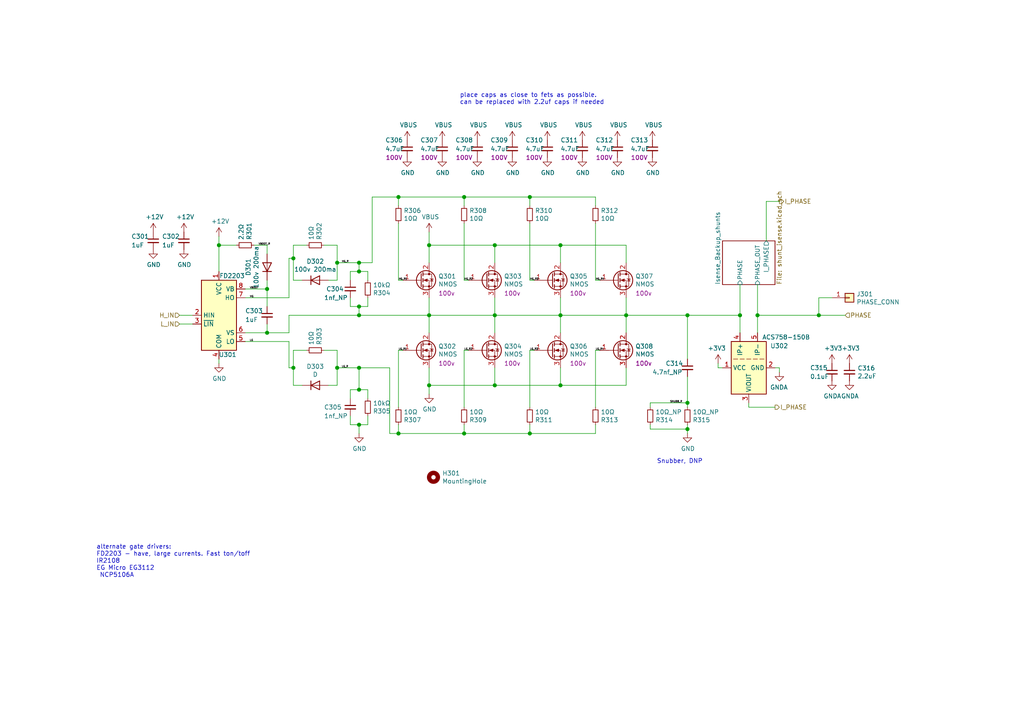
<source format=kicad_sch>
(kicad_sch (version 20230121) (generator eeschema)
  (paper "A4")
  (lib_symbols
    (symbol "Connector_Generic:Conn_01x01" (pin_names (offset 1.016) hide)
      (property "Reference" "J" (at 0 2.54 0))
      (property "Value" "Conn_01x01" (at 0 -2.54 0))
      (symbol "Conn_01x01_1_1"
        (rectangle (start -1.27 0.127) (end 0 -0.127) (stroke (width 0.1524)))
        (rectangle (start -1.27 1.27) (end 1.27 -1.27) (stroke (width 0.254)) (fill (type background)))
        (pin passive line (at -5.08 0 0) (length 3.81) (name "Pin_1") (number "1"))
      )
    )
    (symbol "Device:C_Small" (pin_numbers hide) (pin_names (offset 0.254) hide)
      (property "Reference" "C" (at 0.254 1.778 0))
      (property "Value" "C_Small" (at 0.254 -2.032 0))
      (symbol "C_Small_0_1"
        (polyline (pts (xy -1.524 -0.508) (xy 1.524 -0.508)) (stroke (width 0.3302)))
        (polyline (pts (xy -1.524 0.508) (xy 1.524 0.508)) (stroke (width 0.3048)))
      )
      (symbol "C_Small_1_1"
        (pin passive line (at 0 2.54 270) (length 2.032) (name "~") (number "1"))
        (pin passive line (at 0 -2.54 90) (length 2.032) (name "~") (number "2"))
      )
    )
    (symbol "Device:D" (pin_numbers hide) (pin_names (offset 1.016) hide)
      (property "Reference" "D" (at 0 2.54 0))
      (property "Value" "D" (at 0 -2.54 0))
      (symbol "D_0_1"
        (polyline (pts (xy -1.27 1.27) (xy -1.27 -1.27)) (stroke (width 0.254)))
        (polyline (pts (xy 1.27 0) (xy -1.27 0)))
        (polyline (pts (xy 1.27 1.27) (xy 1.27 -1.27) (xy -1.27 0) (xy 1.27 1.27)) (stroke (width 0.254)))
      )
      (symbol "D_1_1"
        (pin passive line (at -3.81 0 0) (length 2.54) (name "K") (number "1"))
        (pin passive line (at 3.81 0 180) (length 2.54) (name "A") (number "2"))
      )
    )
    (symbol "Device:Q_NMOS_GDS" (pin_names (offset 0) hide)
      (property "Reference" "Q" (at 5.08 1.27 0))
      (property "Value" "Q_NMOS_GDS" (at 5.08 -1.27 0))
      (symbol "Q_NMOS_GDS_0_1"
        (polyline (pts (xy 0.254 0) (xy -2.54 0)))
        (polyline (pts (xy 0.254 1.905) (xy 0.254 -1.905)) (stroke (width 0.254)))
        (polyline (pts (xy 0.762 -1.27) (xy 0.762 -2.286)) (stroke (width 0.254)))
        (polyline (pts (xy 0.762 0.508) (xy 0.762 -0.508)) (stroke (width 0.254)))
        (polyline (pts (xy 0.762 2.286) (xy 0.762 1.27)) (stroke (width 0.254)))
        (polyline (pts (xy 2.54 2.54) (xy 2.54 1.778)))
        (polyline (pts (xy 2.54 -2.54) (xy 2.54 0) (xy 0.762 0)))
        (polyline (pts (xy 0.762 -1.778) (xy 3.302 -1.778) (xy 3.302 1.778) (xy 0.762 1.778)))
        (polyline (pts (xy 1.016 0) (xy 2.032 0.381) (xy 2.032 -0.381) (xy 1.016 0)) (fill (type outline)))
        (polyline (pts (xy 2.794 0.508) (xy 2.921 0.381) (xy 3.683 0.381) (xy 3.81 0.254)))
        (polyline (pts (xy 3.302 0.381) (xy 2.921 -0.254) (xy 3.683 -0.254) (xy 3.302 0.381)))
        (circle (center 1.651 0) (radius 2.794) (stroke (width 0.254)))
        (circle (center 2.54 -1.778) (radius 0.254) (fill (type outline)))
        (circle (center 2.54 1.778) (radius 0.254) (fill (type outline)))
      )
      (symbol "Q_NMOS_GDS_1_1"
        (pin input line (at -5.08 0 0) (length 2.54) (name "G") (number "1"))
        (pin passive line (at 2.54 5.08 270) (length 2.54) (name "D") (number "2"))
        (pin passive line (at 2.54 -5.08 90) (length 2.54) (name "S") (number "3"))
      )
    )
    (symbol "Device:R_Small" (pin_numbers hide) (pin_names (offset 0.254) hide)
      (property "Reference" "R" (at 0.762 0.508 0))
      (property "Value" "R_Small" (at 0.762 -1.016 0))
      (symbol "R_Small_0_1"
        (rectangle (start -0.762 1.778) (end 0.762 -1.778) (stroke (width 0.2032)))
      )
      (symbol "R_Small_1_1"
        (pin passive line (at 0 2.54 270) (length 0.762) (name "~") (number "1"))
        (pin passive line (at 0 -2.54 90) (length 0.762) (name "~") (number "2"))
      )
    )
    (symbol "Driver_FET:IR2108"
      (property "Reference" "U" (at 1.27 13.335 0))
      (property "Value" "IR2108" (at 1.27 11.43 0))
      (symbol "IR2108_0_1"
        (rectangle (start -5.08 -10.16) (end 5.08 10.16) (stroke (width 0.254)) (fill (type background)))
      )
      (symbol "IR2108_1_1"
        (pin power_in line (at 0 12.7 270) (length 2.54) (name "VCC") (number "1"))
        (pin input line (at -7.62 0 0) (length 2.54) (name "HIN") (number "2"))
        (pin input line (at -7.62 -2.54 0) (length 2.54) (name "~{LIN}") (number "3"))
        (pin power_in line (at 0 -12.7 90) (length 2.54) (name "COM") (number "4"))
        (pin output line (at 7.62 -7.62 180) (length 2.54) (name "LO") (number "5"))
        (pin passive line (at 7.62 -5.08 180) (length 2.54) (name "VS") (number "6"))
        (pin output line (at 7.62 5.08 180) (length 2.54) (name "HO") (number "7"))
        (pin passive line (at 7.62 7.62 180) (length 2.54) (name "VB") (number "8"))
      )
    )
    (symbol "Mechanical:MountingHole" (pin_names (offset 1.016))
      (property "Reference" "H" (at 0 5.08 0))
      (property "Value" "MountingHole" (at 0 3.175 0))
      (symbol "MountingHole_0_1"
        (circle (center 0 0) (radius 1.27) (stroke (width 1.27)))
      )
    )
    (symbol "Sensor_Current:ACS758xCB-150B-PSS"
      (property "Reference" "U" (at -7.62 6.35 0))
      (property "Value" "ACS758xCB-150B-PSS" (at 2.54 6.35 0))
      (symbol "ACS758xCB-150B-PSS_0_1"
        (rectangle (start -7.62 5.08) (end 7.62 -5.08) (stroke (width 0.254)) (fill (type background)))
        (polyline (pts (xy -2.54 -3.175) (xy -2.54 -4.445)))
        (polyline (pts (xy -2.54 -1.27) (xy -2.54 -2.54)))
        (polyline (pts (xy -2.54 0.635) (xy -2.54 -0.635)))
        (polyline (pts (xy -2.54 1.27) (xy -2.54 2.54)))
        (polyline (pts (xy -2.54 3.175) (xy -2.54 4.445)))
      )
      (symbol "ACS758xCB-150B-PSS_1_1"
        (pin power_in line (at 0 7.62 270) (length 2.54) (name "VCC") (number "1"))
        (pin power_in line (at 0 -7.62 90) (length 2.54) (name "GND") (number "2"))
        (pin output line (at 10.16 0 180) (length 2.54) (name "VIOUT") (number "3"))
        (pin passive line (at -10.16 2.54 0) (length 2.54) (name "IP+") (number "4"))
        (pin passive line (at -10.16 -2.54 0) (length 2.54) (name "IP-") (number "5"))
      )
    )
    (symbol "power:+12V" (power) (pin_names (offset 0))
      (property "Value" "+12V" (at 0 3.556 0))
      (symbol "+12V_0_1"
        (polyline (pts (xy -0.762 1.27) (xy 0 2.54)))
        (polyline (pts (xy 0 0) (xy 0 2.54)))
        (polyline (pts (xy 0 2.54) (xy 0.762 1.27)))
      )
      (symbol "+12V_1_1"
        (pin power_in line (at 0 0 90) (length 0) hide (name "+12V") (number "1"))
      )
    )
    (symbol "power:+3.3V" (power) (pin_names (offset 0))
      (property "Value" "+3.3V" (at 0 3.556 0))
      (symbol "+3.3V_0_1"
        (polyline (pts (xy -0.762 1.27) (xy 0 2.54)))
        (polyline (pts (xy 0 0) (xy 0 2.54)))
        (polyline (pts (xy 0 2.54) (xy 0.762 1.27)))
      )
      (symbol "+3.3V_1_1"
        (pin power_in line (at 0 0 90) (length 0) hide (name "+3V3") (number "1"))
      )
    )
    (symbol "power:GND" (power) (pin_names (offset 0))
      (property "Value" "GND" (at 0 -3.81 0))
      (symbol "GND_0_1"
        (polyline (pts (xy 0 0) (xy 0 -1.27) (xy 1.27 -1.27) (xy 0 -2.54) (xy -1.27 -1.27) (xy 0 -1.27)))
      )
      (symbol "GND_1_1"
        (pin power_in line (at 0 0 270) (length 0) hide (name "GND") (number "1"))
      )
    )
    (symbol "power:GNDA" (power) (pin_names (offset 0))
      (property "Value" "GNDA" (at 0 -3.81 0))
      (symbol "GNDA_0_1"
        (polyline (pts (xy 0 0) (xy 0 -1.27) (xy 1.27 -1.27) (xy 0 -2.54) (xy -1.27 -1.27) (xy 0 -1.27)))
      )
      (symbol "GNDA_1_1"
        (pin power_in line (at 0 0 270) (length 0) hide (name "GNDA") (number "1"))
      )
    )
    (symbol "power:VBUS" (power) (pin_names (offset 0))
      (property "Value" "VBUS" (at 0 3.81 0))
      (symbol "VBUS_0_1"
        (polyline (pts (xy -0.762 1.27) (xy 0 2.54)))
        (polyline (pts (xy 0 0) (xy 0 2.54)))
        (polyline (pts (xy 0 2.54) (xy 0.762 1.27)))
      )
      (symbol "VBUS_1_1"
        (pin power_in line (at 0 0 90) (length 0) hide (name "VBUS") (number "1"))
      )
    )
  )
  (junction (at 199.39 91.44) (diameter 1.016))
  (junction (at 162.56 111.76) (diameter 1.016))
  (junction (at 104.14 88.9) (diameter 1.016))
  (junction (at 77.47 83.82) (diameter 1.016))
  (junction (at 77.47 96.52) (diameter 1.016))
  (junction (at 63.5 71.12) (diameter 1.016))
  (junction (at 199.39 116.84) (diameter 1.016))
  (junction (at 115.57 125.73) (diameter 1.016))
  (junction (at 104.14 106.68) (diameter 1.016))
  (junction (at 104.14 123.19) (diameter 1.016))
  (junction (at 124.46 91.44) (diameter 1.016))
  (junction (at 181.61 91.44) (diameter 1.016))
  (junction (at 134.62 125.73) (diameter 1.016))
  (junction (at 97.79 76.2) (diameter 1.016))
  (junction (at 143.51 111.76) (diameter 1.016))
  (junction (at 143.51 71.12) (diameter 1.016))
  (junction (at 143.51 91.44) (diameter 1.016))
  (junction (at 214.63 91.44) (diameter 1.016))
  (junction (at 162.56 71.12) (diameter 1.016))
  (junction (at 115.57 57.15) (diameter 1.016))
  (junction (at 219.71 91.44) (diameter 1.016))
  (junction (at 85.09 106.68) (diameter 1.016))
  (junction (at 134.62 57.15) (diameter 1.016))
  (junction (at 104.14 78.74) (diameter 1.016))
  (junction (at 124.46 71.12) (diameter 1.016))
  (junction (at 104.14 91.44) (diameter 1.016))
  (junction (at 124.46 111.76) (diameter 1.016))
  (junction (at 153.67 125.73) (diameter 1.016))
  (junction (at 97.79 106.68) (diameter 1.016))
  (junction (at 237.49 91.44) (diameter 1.016))
  (junction (at 162.56 91.44) (diameter 1.016))
  (junction (at 85.09 74.93) (diameter 1.016))
  (junction (at 104.14 76.2) (diameter 1.016))
  (junction (at 199.39 124.46) (diameter 1.016))
  (junction (at 153.67 57.15) (diameter 1.016))
  (junction (at 104.14 113.03) (diameter 1.016))
  (wire (pts (xy 199.39 118.11) (xy 199.39 116.84)))
  (wire (pts (xy 55.88 93.98) (xy 52.07 93.98)))
  (wire (pts (xy 101.6 120.65) (xy 101.6 123.19)))
  (wire (pts (xy 106.68 123.19) (xy 106.68 120.65)))
  (wire (pts (xy 115.57 57.15) (xy 134.62 57.15)))
  (wire (pts (xy 208.28 106.68) (xy 208.28 105.41)))
  (wire (pts (xy 124.46 111.76) (xy 124.46 114.3)))
  (wire (pts (xy 85.09 106.68) (xy 83.82 106.68)))
  (wire (pts (xy 209.55 106.68) (xy 208.28 106.68)))
  (wire (pts (xy 104.14 106.68) (xy 113.03 106.68)))
  (wire (pts (xy 222.25 58.42) (xy 222.25 69.85)))
  (wire (pts (xy 104.14 78.74) (xy 106.68 78.74)))
  (wire (pts (xy 181.61 91.44) (xy 199.39 91.44)))
  (wire (pts (xy 226.06 107.95) (xy 226.06 106.68)))
  (wire (pts (xy 97.79 106.68) (xy 104.14 106.68)))
  (wire (pts (xy 104.14 113.03) (xy 104.14 106.68)))
  (wire (pts (xy 124.46 106.68) (xy 124.46 111.76)))
  (wire (pts (xy 162.56 91.44) (xy 181.61 91.44)))
  (wire (pts (xy 219.71 91.44) (xy 237.49 91.44)))
  (wire (pts (xy 241.3 86.36) (xy 237.49 86.36)))
  (wire (pts (xy 68.58 71.12) (xy 63.5 71.12)))
  (wire (pts (xy 104.14 88.9) (xy 104.14 91.44)))
  (wire (pts (xy 97.79 76.2) (xy 97.79 71.12)))
  (wire (pts (xy 237.49 86.36) (xy 237.49 91.44)))
  (wire (pts (xy 85.09 106.68) (xy 85.09 111.76)))
  (wire (pts (xy 134.62 57.15) (xy 134.62 59.69)))
  (wire (pts (xy 162.56 71.12) (xy 181.61 71.12)))
  (wire (pts (xy 162.56 111.76) (xy 181.61 111.76)))
  (wire (pts (xy 93.98 101.6) (xy 97.79 101.6)))
  (wire (pts (xy 124.46 111.76) (xy 143.51 111.76)))
  (wire (pts (xy 77.47 93.98) (xy 77.47 96.52)))
  (wire (pts (xy 124.46 91.44) (xy 143.51 91.44)))
  (wire (pts (xy 154.94 101.6) (xy 153.67 101.6)))
  (wire (pts (xy 115.57 125.73) (xy 134.62 125.73)))
  (wire (pts (xy 104.14 88.9) (xy 106.68 88.9)))
  (wire (pts (xy 71.12 86.36) (xy 83.82 86.36)))
  (wire (pts (xy 97.79 111.76) (xy 97.79 106.68)))
  (wire (pts (xy 172.72 123.19) (xy 172.72 125.73)))
  (wire (pts (xy 101.6 123.19) (xy 104.14 123.19)))
  (wire (pts (xy 124.46 67.31) (xy 124.46 71.12)))
  (wire (pts (xy 134.62 123.19) (xy 134.62 125.73)))
  (wire (pts (xy 173.99 101.6) (xy 172.72 101.6)))
  (wire (pts (xy 106.68 88.9) (xy 106.68 86.36)))
  (wire (pts (xy 214.63 82.55) (xy 214.63 91.44)))
  (wire (pts (xy 199.39 124.46) (xy 188.595 124.46)))
  (wire (pts (xy 226.06 58.42) (xy 222.25 58.42)))
  (wire (pts (xy 181.61 71.12) (xy 181.61 76.2)))
  (wire (pts (xy 153.67 57.15) (xy 172.72 57.15)))
  (wire (pts (xy 199.39 116.84) (xy 199.39 109.22)))
  (wire (pts (xy 172.72 101.6) (xy 172.72 118.11)))
  (wire (pts (xy 134.62 57.15) (xy 153.67 57.15)))
  (wire (pts (xy 143.51 106.68) (xy 143.51 111.76)))
  (wire (pts (xy 115.57 123.19) (xy 115.57 125.73)))
  (wire (pts (xy 77.47 96.52) (xy 83.82 96.52)))
  (wire (pts (xy 226.06 106.68) (xy 224.79 106.68)))
  (wire (pts (xy 124.46 86.36) (xy 124.46 91.44)))
  (wire (pts (xy 181.61 91.44) (xy 181.61 96.52)))
  (wire (pts (xy 199.39 91.44) (xy 214.63 91.44)))
  (wire (pts (xy 106.68 78.74) (xy 106.68 81.28)))
  (wire (pts (xy 143.51 111.76) (xy 162.56 111.76)))
  (wire (pts (xy 199.39 104.14) (xy 199.39 91.44)))
  (wire (pts (xy 124.46 71.12) (xy 124.46 76.2)))
  (wire (pts (xy 154.94 81.28) (xy 153.67 81.28)))
  (wire (pts (xy 143.51 91.44) (xy 162.56 91.44)))
  (wire (pts (xy 104.14 113.03) (xy 106.68 113.03)))
  (wire (pts (xy 116.84 81.28) (xy 115.57 81.28)))
  (wire (pts (xy 143.51 86.36) (xy 143.51 91.44)))
  (wire (pts (xy 77.47 83.82) (xy 77.47 88.9)))
  (wire (pts (xy 73.66 71.12) (xy 77.47 71.12)))
  (wire (pts (xy 162.56 91.44) (xy 162.56 96.52)))
  (wire (pts (xy 188.595 118.11) (xy 188.595 116.84)))
  (wire (pts (xy 237.49 91.44) (xy 245.11 91.44)))
  (wire (pts (xy 124.46 71.12) (xy 143.51 71.12)))
  (wire (pts (xy 97.79 81.28) (xy 97.79 76.2)))
  (wire (pts (xy 124.46 91.44) (xy 124.46 96.52)))
  (wire (pts (xy 101.6 78.74) (xy 104.14 78.74)))
  (wire (pts (xy 153.67 123.19) (xy 153.67 125.73)))
  (wire (pts (xy 173.99 81.28) (xy 172.72 81.28)))
  (wire (pts (xy 199.39 125.73) (xy 199.39 124.46)))
  (wire (pts (xy 77.47 81.28) (xy 77.47 83.82)))
  (wire (pts (xy 85.09 111.76) (xy 87.63 111.76)))
  (wire (pts (xy 63.5 68.58) (xy 63.5 71.12)))
  (wire (pts (xy 101.6 113.03) (xy 104.14 113.03)))
  (wire (pts (xy 224.79 118.11) (xy 217.17 118.11)))
  (wire (pts (xy 181.61 106.68) (xy 181.61 111.76)))
  (wire (pts (xy 97.79 106.68) (xy 97.79 101.6)))
  (wire (pts (xy 181.61 86.36) (xy 181.61 91.44)))
  (wire (pts (xy 52.07 91.44) (xy 55.88 91.44)))
  (wire (pts (xy 153.67 101.6) (xy 153.67 118.11)))
  (wire (pts (xy 115.57 59.69) (xy 115.57 57.15)))
  (wire (pts (xy 172.72 81.28) (xy 172.72 64.77)))
  (wire (pts (xy 101.6 88.9) (xy 104.14 88.9)))
  (wire (pts (xy 199.39 124.46) (xy 199.39 123.19)))
  (wire (pts (xy 63.5 71.12) (xy 63.5 78.74)))
  (wire (pts (xy 115.57 101.6) (xy 115.57 118.11)))
  (wire (pts (xy 85.09 74.93) (xy 83.82 74.93)))
  (wire (pts (xy 172.72 57.15) (xy 172.72 59.69)))
  (wire (pts (xy 134.62 101.6) (xy 134.62 118.11)))
  (wire (pts (xy 172.72 125.73) (xy 153.67 125.73)))
  (wire (pts (xy 217.17 118.11) (xy 217.17 116.84)))
  (wire (pts (xy 113.03 106.68) (xy 113.03 125.73)))
  (wire (pts (xy 101.6 86.36) (xy 101.6 88.9)))
  (wire (pts (xy 143.51 71.12) (xy 162.56 71.12)))
  (wire (pts (xy 116.84 101.6) (xy 115.57 101.6)))
  (wire (pts (xy 63.5 104.14) (xy 63.5 105.41)))
  (wire (pts (xy 85.09 81.28) (xy 87.63 81.28)))
  (wire (pts (xy 106.68 113.03) (xy 106.68 115.57)))
  (wire (pts (xy 104.14 78.74) (xy 104.14 76.2)))
  (wire (pts (xy 83.82 74.93) (xy 83.82 86.36)))
  (wire (pts (xy 162.56 71.12) (xy 162.56 76.2)))
  (wire (pts (xy 188.595 124.46) (xy 188.595 123.19)))
  (wire (pts (xy 135.89 101.6) (xy 134.62 101.6)))
  (wire (pts (xy 77.47 96.52) (xy 71.12 96.52)))
  (wire (pts (xy 104.14 91.44) (xy 83.82 91.44)))
  (wire (pts (xy 153.67 125.73) (xy 134.62 125.73)))
  (wire (pts (xy 71.12 99.06) (xy 83.82 99.06)))
  (wire (pts (xy 113.03 125.73) (xy 115.57 125.73)))
  (wire (pts (xy 77.47 71.12) (xy 77.47 73.66)))
  (wire (pts (xy 101.6 81.28) (xy 101.6 78.74)))
  (wire (pts (xy 115.57 81.28) (xy 115.57 64.77)))
  (wire (pts (xy 214.63 96.52) (xy 214.63 91.44)))
  (wire (pts (xy 153.67 57.15) (xy 153.67 59.69)))
  (wire (pts (xy 71.12 83.82) (xy 77.47 83.82)))
  (wire (pts (xy 83.82 106.68) (xy 83.82 99.06)))
  (wire (pts (xy 85.09 71.12) (xy 88.9 71.12)))
  (wire (pts (xy 83.82 91.44) (xy 83.82 96.52)))
  (wire (pts (xy 143.51 91.44) (xy 143.51 96.52)))
  (wire (pts (xy 104.14 76.2) (xy 97.79 76.2)))
  (wire (pts (xy 107.95 57.15) (xy 107.95 76.2)))
  (wire (pts (xy 162.56 86.36) (xy 162.56 91.44)))
  (wire (pts (xy 143.51 71.12) (xy 143.51 76.2)))
  (wire (pts (xy 85.09 101.6) (xy 85.09 106.68)))
  (wire (pts (xy 95.25 81.28) (xy 97.79 81.28)))
  (wire (pts (xy 104.14 125.73) (xy 104.14 123.19)))
  (wire (pts (xy 219.71 96.52) (xy 219.71 91.44)))
  (wire (pts (xy 95.25 111.76) (xy 97.79 111.76)))
  (wire (pts (xy 219.71 82.55) (xy 219.71 91.44)))
  (wire (pts (xy 107.95 76.2) (xy 104.14 76.2)))
  (wire (pts (xy 162.56 106.68) (xy 162.56 111.76)))
  (wire (pts (xy 188.595 116.84) (xy 199.39 116.84)))
  (wire (pts (xy 85.09 71.12) (xy 85.09 74.93)))
  (wire (pts (xy 85.09 101.6) (xy 88.9 101.6)))
  (wire (pts (xy 85.09 74.93) (xy 85.09 81.28)))
  (wire (pts (xy 153.67 81.28) (xy 153.67 64.77)))
  (wire (pts (xy 101.6 115.57) (xy 101.6 113.03)))
  (wire (pts (xy 104.14 123.19) (xy 106.68 123.19)))
  (wire (pts (xy 115.57 57.15) (xy 107.95 57.15)))
  (wire (pts (xy 135.89 81.28) (xy 134.62 81.28)))
  (wire (pts (xy 93.98 71.12) (xy 97.79 71.12)))
  (wire (pts (xy 124.46 91.44) (xy 104.14 91.44)))
  (wire (pts (xy 134.62 81.28) (xy 134.62 64.77)))
  (text "Snubber, DNP" (at 190.5 134.62 0) (effects (font (size 1.27 1.27)) (justify left bottom)))
  (text "alternate gate drivers:\nFD2203 - have, large currents. Fast ton/toff\nIR2108\nEG Micro EG3112 \n NCP5106A" (at 27.94 167.64 0) (effects (font (size 1.27 1.27)) (justify left bottom)))
  (text "place caps as close to fets as possible. \ncan be replaced with 2.2uf caps if needed" (at 133.35 30.48 0) (effects (font (size 1.27 1.27)) (justify left bottom)))
  (label "LG_R1" (at 115.57 101.6 0) (effects (font (size 0.508 0.508))))
  (label "HG_R4" (at 172.72 81.28 0) (effects (font (size 0.508 0.508))))
  (label "LG_R2" (at 134.62 101.6 0) (effects (font (size 0.508 0.508))))
  (label "LG_R4" (at 172.72 101.6 0) (effects (font (size 0.508 0.508))))
  (label "LG" (at 72.39 99.06 0) (effects (font (size 0.508 0.508))))
  (label "LG_R" (at 99.06 106.68 0) (effects (font (size 0.508 0.508))))
  (label "HG_R" (at 99.06 76.2 0) (effects (font (size 0.508 0.508))))
  (label "HG_R2" (at 134.62 81.28 0) (effects (font (size 0.508 0.508))))
  (label "HG_R3" (at 153.67 81.28 0) (effects (font (size 0.508 0.508))))
  (label "VBOOT_R" (at 74.93 71.12 0) (effects (font (size 0.508 0.508))))
  (label "VBOOT" (at 72.39 83.82 0) (effects (font (size 0.508 0.508))))
  (label "LG_R3" (at 153.67 101.6 0) (effects (font (size 0.508 0.508))))
  (label "HG" (at 72.39 86.36 0) (effects (font (size 0.508 0.508))))
  (label "HG_R1" (at 115.57 81.28 0) (effects (font (size 0.508 0.508))))
  (label "SNUBB_R" (at 194.31 116.84 0) (effects (font (size 0.508 0.508))))
  (hierarchical_label "I_PHASE" (shape output) (at 224.79 118.11 0))
  (hierarchical_label "L_IN" (shape input) (at 52.07 93.98 180))
  (hierarchical_label "I_PHASE" (shape output) (at 226.06 58.42 0))
  (hierarchical_label "H_IN" (shape input) (at 52.07 91.44 180))
  (hierarchical_label "PHASE" (shape input) (at 245.11 91.44 0))
  (symbol (lib_id "Device:Q_NMOS_GDS") (at 121.92 81.28 0) (unit 1)
    (property "Reference" "Q301" (at 127.127 80.137 0) (effects (justify left)))
    (property "Value" "NMOS" (at 127.127 82.423 0) (effects (justify left)))
    (property "Footprint" "24_moxie_drive:TO-220F-3_Horizontal_TabUp_w_boltkeepout" (effects hide))
    (property "VDS" "100v" (at 129.54 85.09 0))
    (property "Current" "100A" (effects hide))
    (instances (project "24_power_board" (path "" (reference "Q301") (unit 1)) (path "" (reference "Q501") (unit 1)) (path "" (reference "Q701") (unit 1))))
  )
  (symbol (lib_id "Device:Q_NMOS_GDS") (at 140.97 81.28 0) (unit 1)
    (property "Reference" "Q303" (at 146.177 80.137 0) (effects (justify left)))
    (property "Value" "NMOS" (at 146.177 82.423 0) (effects (justify left)))
    (property "Footprint" "24_moxie_drive:TO-220F-3_Horizontal_TabUp_w_boltkeepout" (effects hide))
    (property "VDS" "100v" (at 148.59 85.09 0))
    (property "Current" "100A" (effects hide))
    (instances (project "24_power_board" (path "" (reference "Q303") (unit 1)) (path "" (reference "Q503") (unit 1)) (path "" (reference "Q703") (unit 1))))
  )
  (symbol (lib_id "Device:Q_NMOS_GDS") (at 160.02 81.28 0) (unit 1)
    (property "Reference" "Q305" (at 165.227 80.137 0) (effects (justify left)))
    (property "Value" "NMOS" (at 165.227 82.423 0) (effects (justify left)))
    (property "Footprint" "24_moxie_drive:TO-220F-3_Horizontal_TabUp_w_boltkeepout" (effects hide))
    (property "VDS" "100v" (at 167.64 85.09 0))
    (property "Current" "100A" (effects hide))
    (instances (project "24_power_board" (path "" (reference "Q305") (unit 1)) (path "" (reference "Q505") (unit 1)) (path "" (reference "Q705") (unit 1))))
  )
  (symbol (lib_id "Device:Q_NMOS_GDS") (at 179.07 81.28 0) (unit 1)
    (property "Reference" "Q307" (at 184.277 80.137 0) (effects (justify left)))
    (property "Value" "NMOS" (at 184.277 82.423 0) (effects (justify left)))
    (property "Footprint" "24_moxie_drive:TO-220F-3_Horizontal_TabUp_w_boltkeepout" (effects hide))
    (property "VDS" "100v" (at 186.69 85.09 0))
    (property "Current" "100A" (effects hide))
    (instances (project "24_power_board" (path "" (reference "Q307") (unit 1)) (path "" (reference "Q507") (unit 1)) (path "" (reference "Q707") (unit 1))))
  )
  (symbol (lib_id "Device:Q_NMOS_GDS") (at 121.92 101.6 0) (unit 1)
    (property "Reference" "Q302" (at 127.127 100.457 0) (effects (justify left)))
    (property "Value" "NMOS" (at 127.127 102.743 0) (effects (justify left)))
    (property "Footprint" "24_moxie_drive:TO-220F-3_Horizontal_TabUp_w_boltkeepout" (effects hide))
    (property "VDS" "100v" (at 129.54 105.41 0))
    (property "Current" "100A" (effects hide))
    (instances (project "24_power_board" (path "" (reference "Q302") (unit 1)) (path "" (reference "Q502") (unit 1)) (path "" (reference "Q702") (unit 1))))
  )
  (symbol (lib_id "Device:Q_NMOS_GDS") (at 179.07 101.6 0) (unit 1)
    (property "Reference" "Q308" (at 184.277 100.457 0) (effects (justify left)))
    (property "Value" "NMOS" (at 184.277 102.743 0) (effects (justify left)))
    (property "Footprint" "24_moxie_drive:TO-220F-3_Horizontal_TabUp_w_boltkeepout" (effects hide))
    (property "VDS" "100v" (at 186.69 105.41 0))
    (property "Current" "100A" (effects hide))
    (instances (project "24_power_board" (path "" (reference "Q308") (unit 1)) (path "" (reference "Q508") (unit 1)) (path "" (reference "Q708") (unit 1))))
  )
  (symbol (lib_id "Device:Q_NMOS_GDS") (at 140.97 101.6 0) (unit 1)
    (property "Reference" "Q304" (at 146.177 100.457 0) (effects (justify left)))
    (property "Value" "NMOS" (at 146.177 102.743 0) (effects (justify left)))
    (property "Footprint" "24_moxie_drive:TO-220F-3_Horizontal_TabUp_w_boltkeepout" (effects hide))
    (property "VDS" "100v" (at 148.59 105.41 0))
    (property "Current" "100A" (effects hide))
    (instances (project "24_power_board" (path "" (reference "Q304") (unit 1)) (path "" (reference "Q504") (unit 1)) (path "" (reference "Q704") (unit 1))))
  )
  (symbol (lib_id "Device:Q_NMOS_GDS") (at 160.02 101.6 0) (unit 1)
    (property "Reference" "Q306" (at 165.227 100.457 0) (effects (justify left)))
    (property "Value" "NMOS" (at 165.227 102.743 0) (effects (justify left)))
    (property "Footprint" "24_moxie_drive:TO-220F-3_Horizontal_TabUp_w_boltkeepout" (effects hide))
    (property "VDS" "100v" (at 167.64 105.41 0))
    (property "Current" "100A" (effects hide))
    (instances (project "24_power_board" (path "" (reference "Q306") (unit 1)) (path "" (reference "Q506") (unit 1)) (path "" (reference "Q706") (unit 1))))
  )
  (symbol (lib_id "Device:R_Small") (at 115.57 62.23 0) (unit 1)
    (property "Reference" "R306" (at 117.0686 61.087 0) (effects (justify left)))
    (property "Value" "10Ω" (at 117.0686 63.373 0) (effects (justify left)))
    (property "Footprint" "pkl_dipol:R_0603" (effects hide))
    (instances (project "24_power_board" (path "" (reference "R306") (unit 1)) (path "" (reference "R506") (unit 1)) (path "" (reference "R706") (unit 1))))
  )
  (symbol (lib_id "power:+12V") (at 63.5 68.58 0) (unit 1)
    (property "Reference" "#PWR0305" (effects hide))
    (property "Value" "+12V" (at 63.881 64.1858 0))
    (instances (project "24_power_board" (path "" (reference "#PWR0305") (unit 1)) (path "" (reference "#PWR0505") (unit 1)) (path "" (reference "#PWR0705") (unit 1))))
  )
  (symbol (lib_id "power:GND") (at 63.5 105.41 0) (unit 1)
    (property "Reference" "#PWR0306" (effects hide))
    (property "Value" "GND" (at 63.627 109.8042 0))
    (instances (project "24_power_board" (path "" (reference "#PWR0306") (unit 1)) (path "" (reference "#PWR0506") (unit 1)) (path "" (reference "#PWR0706") (unit 1))))
  )
  (symbol (lib_id "power:GNDA") (at 226.06 107.95 0) (mirror y) (unit 1)
    (property "Reference" "#PWR0328" (effects hide))
    (property "Value" "GNDA" (at 225.933 112.3442 0))
    (instances (project "24_power_board" (path "" (reference "#PWR0328") (unit 1)) (path "" (reference "#PWR0528") (unit 1)) (path "" (reference "#PWR0728") (unit 1))))
  )
  (symbol (lib_id "Device:R_Small") (at 153.67 62.23 0) (unit 1)
    (property "Reference" "R310" (at 155.1686 61.087 0) (effects (justify left)))
    (property "Value" "10Ω" (at 155.1686 63.373 0) (effects (justify left)))
    (property "Footprint" "pkl_dipol:R_0603" (effects hide))
    (instances (project "24_power_board" (path "" (reference "R310") (unit 1)) (path "" (reference "R510") (unit 1)) (path "" (reference "R710") (unit 1))))
  )
  (symbol (lib_id "Device:R_Small") (at 172.72 62.23 0) (unit 1)
    (property "Reference" "R312" (at 174.2186 61.087 0) (effects (justify left)))
    (property "Value" "10Ω" (at 174.2186 63.373 0) (effects (justify left)))
    (property "Footprint" "pkl_dipol:R_0603" (effects hide))
    (instances (project "24_power_board" (path "" (reference "R312") (unit 1)) (path "" (reference "R512") (unit 1)) (path "" (reference "R712") (unit 1))))
  )
  (symbol (lib_id "Device:R_Small") (at 134.62 62.23 0) (unit 1)
    (property "Reference" "R308" (at 136.1186 61.087 0) (effects (justify left)))
    (property "Value" "10Ω" (at 136.1186 63.373 0) (effects (justify left)))
    (property "Footprint" "pkl_dipol:R_0603" (effects hide))
    (instances (project "24_power_board" (path "" (reference "R308") (unit 1)) (path "" (reference "R508") (unit 1)) (path "" (reference "R708") (unit 1))))
  )
  (symbol (lib_id "Device:R_Small") (at 115.57 120.65 0) (mirror x) (unit 1)
    (property "Reference" "R307" (at 117.0686 121.793 0) (effects (justify left)))
    (property "Value" "10Ω" (at 117.0686 119.507 0) (effects (justify left)))
    (property "Footprint" "pkl_dipol:R_0603" (effects hide))
    (instances (project "24_power_board" (path "" (reference "R307") (unit 1)) (path "" (reference "R507") (unit 1)) (path "" (reference "R707") (unit 1))))
  )
  (symbol (lib_id "Device:R_Small") (at 134.62 120.65 0) (mirror x) (unit 1)
    (property "Reference" "R309" (at 136.1186 121.793 0) (effects (justify left)))
    (property "Value" "10Ω" (at 136.1186 119.507 0) (effects (justify left)))
    (property "Footprint" "pkl_dipol:R_0603" (effects hide))
    (instances (project "24_power_board" (path "" (reference "R309") (unit 1)) (path "" (reference "R509") (unit 1)) (path "" (reference "R709") (unit 1))))
  )
  (symbol (lib_id "Device:R_Small") (at 153.67 120.65 0) (mirror x) (unit 1)
    (property "Reference" "R311" (at 155.1686 121.793 0) (effects (justify left)))
    (property "Value" "10Ω" (at 155.1686 119.507 0) (effects (justify left)))
    (property "Footprint" "pkl_dipol:R_0603" (effects hide))
    (instances (project "24_power_board" (path "" (reference "R311") (unit 1)) (path "" (reference "R511") (unit 1)) (path "" (reference "R711") (unit 1))))
  )
  (symbol (lib_id "Device:R_Small") (at 172.72 120.65 0) (mirror x) (unit 1)
    (property "Reference" "R313" (at 174.2186 121.793 0) (effects (justify left)))
    (property "Value" "10Ω" (at 174.2186 119.507 0) (effects (justify left)))
    (property "Footprint" "pkl_dipol:R_0603" (effects hide))
    (instances (project "24_power_board" (path "" (reference "R313") (unit 1)) (path "" (reference "R513") (unit 1)) (path "" (reference "R713") (unit 1))))
  )
  (symbol (lib_id "Sensor_Current:ACS758xCB-150B-PSS") (at 217.17 106.68 90) (mirror x) (unit 1)
    (property "Reference" "U302" (at 228.6 100.33 90) (effects (justify left)))
    (property "Value" "ACS758-150B" (at 234.95 97.79 90) (effects (justify left)))
    (property "Footprint" "Sensor_Current:Allegro_CB_PFF" (effects hide))
    (property "Datasheet" "http://www.allegromicro.com/~/media/Files/Datasheets/ACS758-Datasheet.ashx?la=en" (effects hide))
    (instances (project "24_power_board" (path "" (reference "U302") (unit 1)) (path "" (reference "U502") (unit 1)) (path "" (reference "U702") (unit 1))))
  )
  (symbol (lib_id "Device:R_Small") (at 91.44 101.6 270) (mirror x) (unit 1)
    (property "Reference" "R303" (at 92.583 100.1014 0) (effects (justify left)))
    (property "Value" "10Ω" (at 90.297 100.1014 0) (effects (justify left)))
    (property "Footprint" "pkl_dipol:R_0603" (effects hide))
    (instances (project "24_power_board" (path "" (reference "R303") (unit 1)) (path "" (reference "R503") (unit 1)) (path "" (reference "R703") (unit 1))))
  )
  (symbol (lib_id "Device:D") (at 91.44 111.76 0) (unit 1)
    (property "Reference" "D303" (at 91.44 106.299 0))
    (property "Value" "D" (at 91.44 108.6104 0))
    (property "Footprint" "Diode_SMD:D_SOD-323" (effects hide))
    (instances (project "24_power_board" (path "" (reference "D303") (unit 1)) (path "" (reference "D503") (unit 1)) (path "" (reference "D703") (unit 1))))
  )
  (symbol (lib_id "Driver_FET:IR2108") (at 63.5 91.44 0) (unit 1)
    (property "Reference" "U301" (at 66.04 102.87 0))
    (property "Value" "FD2203" (at 67.31 80.01 0))
    (property "Footprint" "Package_SO:SO-8_3.9x4.9mm_P1.27mm" (effects hide))
    (property "Datasheet" "https://datasheet.lcsc.com/szlcsc/1811051111_Fortior-Tech-FD2203S_C97684.pdf" (effects hide))
    (instances (project "24_power_board" (path "" (reference "U301") (unit 1)) (path "" (reference "U501") (unit 1)) (path "" (reference "U701") (unit 1))))
  )
  (symbol (lib_id "power:GND") (at 124.46 114.3 0) (unit 1)
    (property "Reference" "#PWR0311" (effects hide))
    (property "Value" "GND" (at 124.587 118.6942 0))
    (instances (project "24_power_board" (path "" (reference "#PWR0311") (unit 1)) (path "" (reference "#PWR0511") (unit 1)) (path "" (reference "#PWR0711") (unit 1))))
  )
  (symbol (lib_id "Device:C_Small") (at 246.38 107.95 0) (unit 1)
    (property "Reference" "C316" (at 248.7168 106.7816 0) (effects (justify left)))
    (property "Value" "2.2uF" (at 248.7168 109.093 0) (effects (justify left)))
    (property "Footprint" "pkl_dipol:C_0402" (effects hide))
    (property "PartNo" "CC0603KRX7R6BB104" (effects hide))
    (instances (project "24_power_board" (path "" (reference "C316") (unit 1)) (path "" (reference "C516") (unit 1)) (path "" (reference "C716") (unit 1))))
  )
  (symbol (lib_id "Device:C_Small") (at 241.3 107.95 0) (unit 1)
    (property "Reference" "C315" (at 234.95 106.68 0) (effects (justify left)))
    (property "Value" "0.1uF" (at 234.95 109.22 0) (effects (justify left)))
    (property "Footprint" "pkl_dipol:C_0402" (effects hide))
    (property "PartNo" "885012206071" (effects hide))
    (instances (project "24_power_board" (path "" (reference "C315") (unit 1)) (path "" (reference "C515") (unit 1)) (path "" (reference "C715") (unit 1))))
  )
  (symbol (lib_id "power:GNDA") (at 241.3 110.49 0) (unit 1)
    (property "Reference" "#PWR0330" (effects hide))
    (property "Value" "GNDA" (at 241.427 114.8842 0))
    (instances (project "24_power_board" (path "" (reference "#PWR0330") (unit 1)) (path "" (reference "#PWR0530") (unit 1)) (path "" (reference "#PWR0730") (unit 1))))
  )
  (symbol (lib_id "power:GNDA") (at 246.38 110.49 0) (unit 1)
    (property "Reference" "#PWR0332" (effects hide))
    (property "Value" "GNDA" (at 246.507 114.8842 0))
    (instances (project "24_power_board" (path "" (reference "#PWR0332") (unit 1)) (path "" (reference "#PWR0532") (unit 1)) (path "" (reference "#PWR0732") (unit 1))))
  )
  (symbol (lib_id "Device:C_Small") (at 158.75 43.18 0) (unit 1)
    (property "Reference" "C310" (at 152.4 40.64 0) (effects (justify left)))
    (property "Value" "4.7uF " (at 152.4 43.18 0) (effects (justify left)))
    (property "Footprint" "pkl_dipol:C_1210" (effects hide))
    (property "PartNo" "C3216X7R2A105M160AA" (effects hide))
    (property "Voltage" "100V" (at 154.94 45.72 0))
    (instances (project "24_power_board" (path "" (reference "C310") (unit 1)) (path "" (reference "C510") (unit 1)) (path "" (reference "C710") (unit 1))))
  )
  (symbol (lib_id "Device:C_Small") (at 118.11 43.18 0) (unit 1)
    (property "Reference" "C306" (at 111.76 40.64 0) (effects (justify left)))
    (property "Value" "4.7uF " (at 111.76 43.18 0) (effects (justify left)))
    (property "Footprint" "pkl_dipol:C_1210" (effects hide))
    (property "PartNo" "C3216X7R2A105M160AA" (effects hide))
    (property "Voltage" "100V" (at 114.3 45.72 0))
    (instances (project "24_power_board" (path "" (reference "C306") (unit 1)) (path "" (reference "C506") (unit 1)) (path "" (reference "C706") (unit 1))))
  )
  (symbol (lib_id "Device:C_Small") (at 128.27 43.18 0) (unit 1)
    (property "Reference" "C307" (at 121.92 40.64 0) (effects (justify left)))
    (property "Value" "4.7uF " (at 121.92 43.18 0) (effects (justify left)))
    (property "Footprint" "pkl_dipol:C_1210" (effects hide))
    (property "PartNo" "C3216X7R2A105M160AA" (effects hide))
    (property "Voltage" "100V" (at 124.46 45.72 0))
    (instances (project "24_power_board" (path "" (reference "C307") (unit 1)) (path "" (reference "C507") (unit 1)) (path "" (reference "C707") (unit 1))))
  )
  (symbol (lib_id "Device:C_Small") (at 138.43 43.18 0) (unit 1)
    (property "Reference" "C308" (at 132.08 40.64 0) (effects (justify left)))
    (property "Value" "4.7uF " (at 132.08 43.18 0) (effects (justify left)))
    (property "Footprint" "pkl_dipol:C_1210" (effects hide))
    (property "PartNo" "C3216X7R2A105M160AA" (effects hide))
    (property "Voltage" "100V" (at 134.62 45.72 0))
    (instances (project "24_power_board" (path "" (reference "C308") (unit 1)) (path "" (reference "C508") (unit 1)) (path "" (reference "C708") (unit 1))))
  )
  (symbol (lib_id "Device:C_Small") (at 168.91 43.18 0) (unit 1)
    (property "Reference" "C311" (at 162.56 40.64 0) (effects (justify left)))
    (property "Value" "4.7uF " (at 162.56 43.18 0) (effects (justify left)))
    (property "Footprint" "pkl_dipol:C_1210" (effects hide))
    (property "PartNo" "C3216X7R2A105M160AA" (effects hide))
    (property "Voltage" "100V" (at 165.1 45.72 0))
    (instances (project "24_power_board" (path "" (reference "C311") (unit 1)) (path "" (reference "C511") (unit 1)) (path "" (reference "C711") (unit 1))))
  )
  (symbol (lib_id "Device:C_Small") (at 179.07 43.18 0) (unit 1)
    (property "Reference" "C312" (at 172.72 40.64 0) (effects (justify left)))
    (property "Value" "4.7uF " (at 172.72 43.18 0) (effects (justify left)))
    (property "Footprint" "pkl_dipol:C_1210" (effects hide))
    (property "PartNo" "C3216X7R2A105M160AA" (effects hide))
    (property "Voltage" "100V" (at 175.26 45.72 0))
    (instances (project "24_power_board" (path "" (reference "C312") (unit 1)) (path "" (reference "C512") (unit 1)) (path "" (reference "C712") (unit 1))))
  )
  (symbol (lib_id "Device:C_Small") (at 148.59 43.18 0) (unit 1)
    (property "Reference" "C309" (at 142.24 40.64 0) (effects (justify left)))
    (property "Value" "4.7uF " (at 142.24 43.18 0) (effects (justify left)))
    (property "Footprint" "pkl_dipol:C_1210" (effects hide))
    (property "PartNo" "C3216X7R2A105M160AA" (effects hide))
    (property "Voltage" "100V" (at 144.78 45.72 0))
    (instances (project "24_power_board" (path "" (reference "C309") (unit 1)) (path "" (reference "C509") (unit 1)) (path "" (reference "C709") (unit 1))))
  )
  (symbol (lib_id "Device:C_Small") (at 189.23 43.18 0) (unit 1)
    (property "Reference" "C313" (at 182.88 40.64 0) (effects (justify left)))
    (property "Value" "4.7uF " (at 182.88 43.18 0) (effects (justify left)))
    (property "Footprint" "pkl_dipol:C_1210" (effects hide))
    (property "PartNo" "C3216X7R2A105M160AA" (effects hide))
    (property "Voltage" "100V" (at 185.42 45.72 0))
    (instances (project "24_power_board" (path "" (reference "C313") (unit 1)) (path "" (reference "C513") (unit 1)) (path "" (reference "C713") (unit 1))))
  )
  (symbol (lib_id "power:+3.3V") (at 208.28 105.41 0) (mirror y) (unit 1)
    (property "Reference" "#PWR0327" (effects hide))
    (property "Value" "+3.3V" (at 207.899 101.0158 0))
    (instances (project "24_power_board" (path "" (reference "#PWR0327") (unit 1)) (path "" (reference "#PWR0527") (unit 1)) (path "" (reference "#PWR0727") (unit 1))))
  )
  (symbol (lib_id "power:+3.3V") (at 241.3 105.41 0) (unit 1)
    (property "Reference" "#PWR0329" (effects hide))
    (property "Value" "+3.3V" (at 241.681 101.0158 0))
    (instances (project "24_power_board" (path "" (reference "#PWR0329") (unit 1)) (path "" (reference "#PWR0529") (unit 1)) (path "" (reference "#PWR0729") (unit 1))))
  )
  (symbol (lib_id "power:+3.3V") (at 246.38 105.41 0) (unit 1)
    (property "Reference" "#PWR0331" (effects hide))
    (property "Value" "+3.3V" (at 246.761 101.0158 0))
    (instances (project "24_power_board" (path "" (reference "#PWR0331") (unit 1)) (path "" (reference "#PWR0531") (unit 1)) (path "" (reference "#PWR0731") (unit 1))))
  )
  (symbol (lib_id "Device:C_Small") (at 44.45 69.85 0) (unit 1)
    (property "Reference" "C301" (at 38.1 68.58 0) (effects (justify left)))
    (property "Value" "1uF" (at 38.1 71.12 0) (effects (justify left)))
    (property "Footprint" "pkl_dipol:C_0603" (effects hide))
    (property "PartNo" "885012206052" (effects hide))
    (property "Voltage" "25v" (effects hide))
    (instances (project "24_power_board" (path "" (reference "C301") (unit 1)) (path "" (reference "C501") (unit 1)) (path "" (reference "C701") (unit 1))))
  )
  (symbol (lib_id "Device:C_Small") (at 53.34 69.85 0) (unit 1)
    (property "Reference" "C302" (at 46.99 68.58 0) (effects (justify left)))
    (property "Value" "1uF" (at 46.99 71.12 0) (effects (justify left)))
    (property "Footprint" "pkl_dipol:C_0603" (effects hide))
    (property "PartNo" "885012206071" (effects hide))
    (property "Field5" "25v" (effects hide))
    (property "Voltage" "25v" (effects hide))
    (instances (project "24_power_board" (path "" (reference "C302") (unit 1)) (path "" (reference "C502") (unit 1)) (path "" (reference "C702") (unit 1))))
  )
  (symbol (lib_id "Device:C_Small") (at 77.47 91.44 0) (unit 1)
    (property "Reference" "C303" (at 71.12 90.17 0) (effects (justify left)))
    (property "Value" "1uF" (at 71.12 92.71 0) (effects (justify left)))
    (property "Footprint" "pkl_dipol:C_0603" (effects hide))
    (property "PartNo" "885012206052" (effects hide))
    (property "Voltage" "25v" (effects hide))
    (instances (project "24_power_board" (path "" (reference "C303") (unit 1)) (path "" (reference "C503") (unit 1)) (path "" (reference "C703") (unit 1))))
  )
  (symbol (lib_id "power:+12V") (at 53.34 67.31 0) (unit 1)
    (property "Reference" "#PWR0303" (effects hide))
    (property "Value" "+12V" (at 53.721 62.9158 0))
    (instances (project "24_power_board" (path "" (reference "#PWR0303") (unit 1)) (path "" (reference "#PWR0503") (unit 1)) (path "" (reference "#PWR0703") (unit 1))))
  )
  (symbol (lib_id "power:GND") (at 53.34 72.39 0) (unit 1)
    (property "Reference" "#PWR0304" (effects hide))
    (property "Value" "GND" (at 53.467 76.7842 0))
    (instances (project "24_power_board" (path "" (reference "#PWR0304") (unit 1)) (path "" (reference "#PWR0504") (unit 1)) (path "" (reference "#PWR0704") (unit 1))))
  )
  (symbol (lib_id "Device:R_Small") (at 91.44 71.12 270) (mirror x) (unit 1)
    (property "Reference" "R302" (at 92.583 69.6214 0) (effects (justify left)))
    (property "Value" "10Ω" (at 90.297 69.6214 0) (effects (justify left)))
    (property "Footprint" "pkl_dipol:R_0603" (effects hide))
    (instances (project "24_power_board" (path "" (reference "R302") (unit 1)) (path "" (reference "R502") (unit 1)) (path "" (reference "R702") (unit 1))))
  )
  (symbol (lib_id "Device:D") (at 91.44 81.28 0) (unit 1)
    (property "Reference" "D302" (at 91.44 75.819 0))
    (property "Value" "100v 200ma" (at 91.44 78.1304 0))
    (property "Footprint" "Diode_SMD:D_SOD-323" (effects hide))
    (instances (project "24_power_board" (path "" (reference "D302") (unit 1)) (path "" (reference "D502") (unit 1)) (path "" (reference "D702") (unit 1))))
  )
  (symbol (lib_id "Device:R_Small") (at 188.595 120.65 0) (mirror x) (unit 1)
    (property "Reference" "R314" (at 190.0936 121.793 0) (effects (justify left)))
    (property "Value" "10Ω_NP" (at 190.0936 119.507 0) (effects (justify left)))
    (property "Footprint" "pkl_dipol:R_0603" (effects hide))
    (instances (project "24_power_board" (path "" (reference "R314") (unit 1)) (path "" (reference "R514") (unit 1)) (path "" (reference "R714") (unit 1))))
  )
  (symbol (lib_id "Device:R_Small") (at 199.39 120.65 0) (mirror x) (unit 1)
    (property "Reference" "R315" (at 200.8886 121.793 0) (effects (justify left)))
    (property "Value" "10Ω_NP" (at 200.8886 119.507 0) (effects (justify left)))
    (property "Footprint" "pkl_dipol:R_0603" (effects hide))
    (instances (project "24_power_board" (path "" (reference "R315") (unit 1)) (path "" (reference "R515") (unit 1)) (path "" (reference "R715") (unit 1))))
  )
  (symbol (lib_id "Connector_Generic:Conn_01x01") (at 246.38 86.36 0) (unit 1)
    (property "Reference" "J301" (at 248.412 85.2932 0) (effects (justify left)))
    (property "Value" "PHASE_CONN" (at 248.412 87.6046 0) (effects (justify left)))
    (property "Footprint" "MountingHole:MountingHole_3.7mm_Pad" (effects hide))
    (instances (project "24_power_board" (path "" (reference "J301") (unit 1)) (path "" (reference "J501") (unit 1)) (path "" (reference "J701") (unit 1))))
  )
  (symbol (lib_id "Device:C_Small") (at 199.39 106.68 0) (unit 1)
    (property "Reference" "C314" (at 193.04 105.41 0) (effects (justify left)))
    (property "Value" "4.7nf_NP" (at 189.23 107.95 0) (effects (justify left)))
    (property "Footprint" "pkl_dipol:C_0603" (effects hide))
    (property "Voltage" "100v" (effects hide))
    (instances (project "24_power_board" (path "" (reference "C314") (unit 1)) (path "" (reference "C514") (unit 1)) (path "" (reference "C714") (unit 1))))
  )
  (symbol (lib_id "power:GND") (at 199.39 125.73 0) (unit 1)
    (property "Reference" "#PWR0326" (effects hide))
    (property "Value" "GND" (at 199.517 130.1242 0))
    (instances (project "24_power_board" (path "" (reference "#PWR0326") (unit 1)) (path "" (reference "#PWR0526") (unit 1)) (path "" (reference "#PWR0726") (unit 1))))
  )
  (symbol (lib_id "power:GND") (at 44.45 72.39 0) (unit 1)
    (property "Reference" "#PWR0302" (effects hide))
    (property "Value" "GND" (at 44.577 76.7842 0))
    (instances (project "24_power_board" (path "" (reference "#PWR0302") (unit 1)) (path "" (reference "#PWR0502") (unit 1)) (path "" (reference "#PWR0702") (unit 1))))
  )
  (symbol (lib_id "power:+12V") (at 44.45 67.31 0) (unit 1)
    (property "Reference" "#PWR0301" (effects hide))
    (property "Value" "+12V" (at 44.831 62.9158 0))
    (instances (project "24_power_board" (path "" (reference "#PWR0301") (unit 1)) (path "" (reference "#PWR0501") (unit 1)) (path "" (reference "#PWR0701") (unit 1))))
  )
  (symbol (lib_id "power:GND") (at 118.11 45.72 0) (unit 1)
    (property "Reference" "#PWR0309" (effects hide))
    (property "Value" "GND" (at 118.237 50.1142 0))
    (instances (project "24_power_board" (path "" (reference "#PWR0309") (unit 1)) (path "" (reference "#PWR0509") (unit 1)) (path "" (reference "#PWR0709") (unit 1))))
  )
  (symbol (lib_id "power:GND") (at 128.27 45.72 0) (unit 1)
    (property "Reference" "#PWR0313" (effects hide))
    (property "Value" "GND" (at 128.397 50.1142 0))
    (instances (project "24_power_board" (path "" (reference "#PWR0313") (unit 1)) (path "" (reference "#PWR0513") (unit 1)) (path "" (reference "#PWR0713") (unit 1))))
  )
  (symbol (lib_id "power:GND") (at 138.43 45.72 0) (unit 1)
    (property "Reference" "#PWR0315" (effects hide))
    (property "Value" "GND" (at 138.557 50.1142 0))
    (instances (project "24_power_board" (path "" (reference "#PWR0315") (unit 1)) (path "" (reference "#PWR0515") (unit 1)) (path "" (reference "#PWR0715") (unit 1))))
  )
  (symbol (lib_id "power:GND") (at 148.59 45.72 0) (unit 1)
    (property "Reference" "#PWR0317" (effects hide))
    (property "Value" "GND" (at 148.717 50.1142 0))
    (instances (project "24_power_board" (path "" (reference "#PWR0317") (unit 1)) (path "" (reference "#PWR0517") (unit 1)) (path "" (reference "#PWR0717") (unit 1))))
  )
  (symbol (lib_id "power:GND") (at 158.75 45.72 0) (unit 1)
    (property "Reference" "#PWR0319" (effects hide))
    (property "Value" "GND" (at 158.877 50.1142 0))
    (instances (project "24_power_board" (path "" (reference "#PWR0319") (unit 1)) (path "" (reference "#PWR0519") (unit 1)) (path "" (reference "#PWR0719") (unit 1))))
  )
  (symbol (lib_id "power:GND") (at 168.91 45.72 0) (unit 1)
    (property "Reference" "#PWR0321" (effects hide))
    (property "Value" "GND" (at 169.037 50.1142 0))
    (instances (project "24_power_board" (path "" (reference "#PWR0321") (unit 1)) (path "" (reference "#PWR0521") (unit 1)) (path "" (reference "#PWR0721") (unit 1))))
  )
  (symbol (lib_id "power:GND") (at 179.07 45.72 0) (unit 1)
    (property "Reference" "#PWR0323" (effects hide))
    (property "Value" "GND" (at 179.197 50.1142 0))
    (instances (project "24_power_board" (path "" (reference "#PWR0323") (unit 1)) (path "" (reference "#PWR0523") (unit 1)) (path "" (reference "#PWR0723") (unit 1))))
  )
  (symbol (lib_id "power:GND") (at 189.23 45.72 0) (unit 1)
    (property "Reference" "#PWR0325" (effects hide))
    (property "Value" "GND" (at 189.357 50.1142 0))
    (instances (project "24_power_board" (path "" (reference "#PWR0325") (unit 1)) (path "" (reference "#PWR0525") (unit 1)) (path "" (reference "#PWR0725") (unit 1))))
  )
  (symbol (lib_id "power:VBUS") (at 124.46 67.31 0) (unit 1)
    (property "Reference" "#PWR0310" (effects hide))
    (property "Value" "VBUS" (at 124.841 62.9158 0))
    (instances (project "24_power_board" (path "" (reference "#PWR0310") (unit 1)) (path "" (reference "#PWR0510") (unit 1)) (path "" (reference "#PWR0710") (unit 1))))
  )
  (symbol (lib_id "power:VBUS") (at 189.23 40.64 0) (unit 1)
    (property "Reference" "#PWR0324" (effects hide))
    (property "Value" "VBUS" (at 189.611 36.2458 0))
    (instances (project "24_power_board" (path "" (reference "#PWR0324") (unit 1)) (path "" (reference "#PWR0524") (unit 1)) (path "" (reference "#PWR0724") (unit 1))))
  )
  (symbol (lib_id "power:VBUS") (at 179.07 40.64 0) (unit 1)
    (property "Reference" "#PWR0322" (effects hide))
    (property "Value" "VBUS" (at 179.451 36.2458 0))
    (instances (project "24_power_board" (path "" (reference "#PWR0322") (unit 1)) (path "" (reference "#PWR0522") (unit 1)) (path "" (reference "#PWR0722") (unit 1))))
  )
  (symbol (lib_id "power:VBUS") (at 168.91 40.64 0) (unit 1)
    (property "Reference" "#PWR0320" (effects hide))
    (property "Value" "VBUS" (at 169.291 36.2458 0))
    (instances (project "24_power_board" (path "" (reference "#PWR0320") (unit 1)) (path "" (reference "#PWR0520") (unit 1)) (path "" (reference "#PWR0720") (unit 1))))
  )
  (symbol (lib_id "power:VBUS") (at 158.75 40.64 0) (unit 1)
    (property "Reference" "#PWR0318" (effects hide))
    (property "Value" "VBUS" (at 159.131 36.2458 0))
    (instances (project "24_power_board" (path "" (reference "#PWR0318") (unit 1)) (path "" (reference "#PWR0518") (unit 1)) (path "" (reference "#PWR0718") (unit 1))))
  )
  (symbol (lib_id "power:VBUS") (at 148.59 40.64 0) (unit 1)
    (property "Reference" "#PWR0316" (effects hide))
    (property "Value" "VBUS" (at 148.971 36.2458 0))
    (instances (project "24_power_board" (path "" (reference "#PWR0316") (unit 1)) (path "" (reference "#PWR0516") (unit 1)) (path "" (reference "#PWR0716") (unit 1))))
  )
  (symbol (lib_id "power:VBUS") (at 138.43 40.64 0) (unit 1)
    (property "Reference" "#PWR0314" (effects hide))
    (property "Value" "VBUS" (at 138.811 36.2458 0))
    (instances (project "24_power_board" (path "" (reference "#PWR0314") (unit 1)) (path "" (reference "#PWR0514") (unit 1)) (path "" (reference "#PWR0714") (unit 1))))
  )
  (symbol (lib_id "power:VBUS") (at 128.27 40.64 0) (unit 1)
    (property "Reference" "#PWR0312" (effects hide))
    (property "Value" "VBUS" (at 128.651 36.2458 0))
    (instances (project "24_power_board" (path "" (reference "#PWR0312") (unit 1)) (path "" (reference "#PWR0512") (unit 1)) (path "" (reference "#PWR0712") (unit 1))))
  )
  (symbol (lib_id "power:VBUS") (at 118.11 40.64 0) (unit 1)
    (property "Reference" "#PWR0308" (effects hide))
    (property "Value" "VBUS" (at 118.491 36.2458 0))
    (instances (project "24_power_board" (path "" (reference "#PWR0308") (unit 1)) (path "" (reference "#PWR0508") (unit 1)) (path "" (reference "#PWR0708") (unit 1))))
  )
  (symbol (lib_id "Device:D") (at 77.47 77.47 90) (unit 1)
    (property "Reference" "D301" (at 72.009 77.47 0))
    (property "Value" "100v 200ma" (at 74.3204 77.47 0))
    (property "Footprint" "Diode_SMD:D_SOD-323" (effects hide))
    (property "Datasheet" "Nexperia BAT46WJ,115" (effects hide))
    (instances (project "24_power_board" (path "" (reference "D301") (unit 1)) (path "" (reference "D501") (unit 1)) (path "" (reference "D701") (unit 1))))
  )
  (symbol (lib_id "Device:R_Small") (at 71.12 71.12 270) (mirror x) (unit 1)
    (property "Reference" "R301" (at 72.263 69.6214 0) (effects (justify left)))
    (property "Value" "2.2Ω" (at 69.977 69.6214 0) (effects (justify left)))
    (property "Footprint" "pkl_dipol:R_0603" (effects hide))
    (instances (project "24_power_board" (path "" (reference "R301") (unit 1)) (path "" (reference "R501") (unit 1)) (path "" (reference "R701") (unit 1))))
  )
  (symbol (lib_id "Device:C_Small") (at 101.6 118.11 0) (unit 1)
    (property "Reference" "C305" (at 93.98 118.11 0) (effects (justify left)))
    (property "Value" "1nf_NP" (at 93.98 120.65 0) (effects (justify left)))
    (property "Footprint" "pkl_dipol:C_0603" (effects hide))
    (property "NP" "NOPLACE" (effects hide))
    (property "Voltage" "100v" (effects hide))
    (instances (project "24_power_board" (path "" (reference "C305") (unit 1)) (path "" (reference "C505") (unit 1)) (path "" (reference "C705") (unit 1))))
  )
  (symbol (lib_id "Device:R_Small") (at 106.68 118.11 0) (mirror x) (unit 1)
    (property "Reference" "R305" (at 108.1786 119.253 0) (effects (justify left)))
    (property "Value" "10kΩ" (at 108.1786 116.967 0) (effects (justify left)))
    (property "Footprint" "pkl_dipol:R_0603" (effects hide))
    (instances (project "24_power_board" (path "" (reference "R305") (unit 1)) (path "" (reference "R505") (unit 1)) (path "" (reference "R705") (unit 1))))
  )
  (symbol (lib_id "power:GND") (at 104.14 125.73 0) (unit 1)
    (property "Reference" "#PWR0307" (effects hide))
    (property "Value" "GND" (at 104.267 130.1242 0))
    (instances (project "24_power_board" (path "" (reference "#PWR0307") (unit 1)) (path "" (reference "#PWR0507") (unit 1)) (path "" (reference "#PWR0707") (unit 1))))
  )
  (symbol (lib_id "Mechanical:MountingHole") (at 125.73 138.43 0) (unit 1)
    (property "Reference" "H301" (at 128.27 137.2616 0) (effects (justify left)))
    (property "Value" "MountingHole" (at 128.27 139.573 0) (effects (justify left)))
    (property "Footprint" "24_moxie_drive:MountingHole_M3_3.2x6.0mm_w_washer&screw" (effects hide))
    (instances (project "24_power_board" (path "" (reference "H301") (unit 1)) (path "" (reference "H501") (unit 1)) (path "" (reference "H701") (unit 1))))
  )
  (symbol (lib_id "Device:C_Small") (at 101.6 83.82 0) (unit 1)
    (property "Reference" "C304" (at 94.615 83.82 0) (effects (justify left)))
    (property "Value" "1nf_NP" (at 93.98 86.36 0) (effects (justify left)))
    (property "Footprint" "pkl_dipol:C_0603" (effects hide))
    (property "NP" "NOPLACE" (effects hide))
    (property "Voltage" "100v" (effects hide))
    (instances (project "24_power_board" (path "" (reference "C304") (unit 1)) (path "" (reference "C504") (unit 1)) (path "" (reference "C704") (unit 1))))
  )
  (symbol (lib_id "Device:R_Small") (at 106.68 83.82 0) (mirror x) (unit 1)
    (property "Reference" "R304" (at 108.1786 84.963 0) (effects (justify left)))
    (property "Value" "10kΩ" (at 108.1786 82.677 0) (effects (justify left)))
    (property "Footprint" "pkl_dipol:R_0603" (effects hide))
    (instances (project "24_power_board" (path "" (reference "R304") (unit 1)) (path "" (reference "R504") (unit 1)) (path "" (reference "R704") (unit 1))))
  )
  (sheet (at 209.55 69.85) (size 15.24 12.7)
    (property "Sheetname" "Isense_Backup_shunts" (at 208.9145 82.55 90) (effects (justify left bottom)))
    (property "Sheetfile" "shunt_isense.kicad_sch" (at 225.2985 82.55 90) (effects (justify left top)))
    (pin "I_PHASE" output (at 222.25 69.85 90))
    (pin "PHASE" input (at 214.63 82.55 270) (effects (font (size 1.1938 1.1938))))
    (pin "PHASE_OUT" input (at 219.71 82.55 270) (effects (font (size 1.1938 1.1938))))
  )
)
</source>
